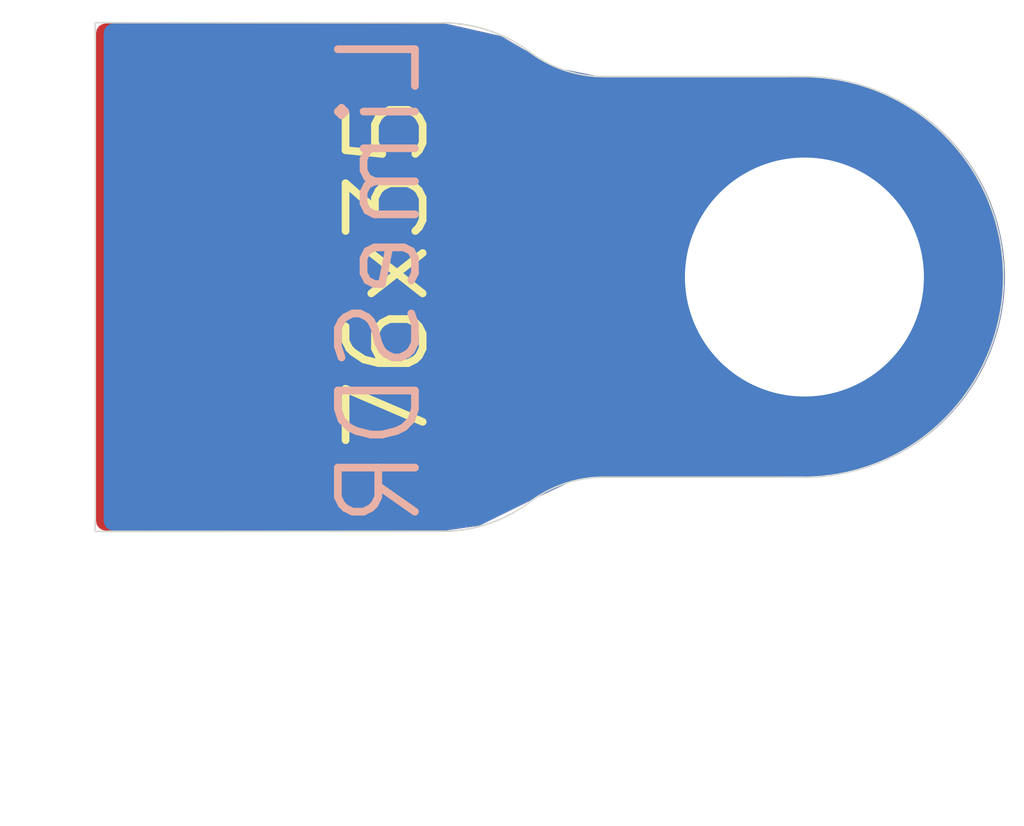
<source format=kicad_pcb>
(kicad_pcb (version 20160815) (host pcbnew "(2016-09-17 revision 679eef1)-makepkg")

  (general
    (links 0)
    (no_connects 0)
    (area -15.078333 -5.7275 2.850001 9.145)
    (thickness 1.6)
    (drawings 3)
    (tracks 0)
    (zones 0)
    (modules 1)
    (nets 2)
  )

  (page A4)
  (layers
    (0 F.Cu signal)
    (31 B.Cu signal)
    (32 B.Adhes user)
    (33 F.Adhes user)
    (34 B.Paste user)
    (35 F.Paste user)
    (36 B.SilkS user)
    (37 F.SilkS user)
    (38 B.Mask user)
    (39 F.Mask user)
    (40 Dwgs.User user)
    (41 Cmts.User user)
    (42 Eco1.User user)
    (43 Eco2.User user)
    (44 Edge.Cuts user)
    (45 Margin user)
    (46 B.CrtYd user)
    (47 F.CrtYd user)
    (48 B.Fab user)
    (49 F.Fab user)
  )

  (setup
    (last_trace_width 0.25)
    (trace_clearance 0)
    (zone_clearance 0)
    (zone_45_only no)
    (trace_min 0.2)
    (segment_width 0.5)
    (edge_width 0.15)
    (via_size 0.6)
    (via_drill 0.4)
    (via_min_size 0.4)
    (via_min_drill 0.3)
    (uvia_size 0.3)
    (uvia_drill 0.1)
    (uvias_allowed no)
    (uvia_min_size 0.2)
    (uvia_min_drill 0.1)
    (pcb_text_width 0.3)
    (pcb_text_size 1.5 1.5)
    (mod_edge_width 0.15)
    (mod_text_size 1 1)
    (mod_text_width 0.15)
    (pad_size 5.5 5.5)
    (pad_drill 3.3)
    (pad_to_mask_clearance 0)
    (aux_axis_origin -9.26 -3.68)
    (grid_origin -9.26 -3.68)
    (visible_elements 7FFFFFFF)
    (pcbplotparams
      (layerselection 0x010f0_ffffffff)
      (usegerberextensions true)
      (excludeedgelayer true)
      (linewidth 0.150000)
      (plotframeref false)
      (viasonmask false)
      (mode 1)
      (useauxorigin true)
      (hpglpennumber 1)
      (hpglpenspeed 20)
      (hpglpendiameter 15)
      (psnegative false)
      (psa4output false)
      (plotreference false)
      (plotvalue false)
      (plotinvisibletext false)
      (padsonsilk false)
      (subtractmaskfromsilk true)
      (outputformat 1)
      (mirror false)
      (drillshape 0)
      (scaleselection 1)
      (outputdirectory ../_Gerber/20160924_tabs/))
  )

  (net 0 "")
  (net 1 GND)

  (net_class Default "This is the default net class."
    (clearance 0)
    (trace_width 0.25)
    (via_dia 0.6)
    (via_drill 0.4)
    (uvia_dia 0.3)
    (uvia_drill 0.1)
    (diff_pair_gap 0.25)
    (diff_pair_width 0.2)
    (add_net GND)
  )

  (module Ohisja:tab_76x40 (layer F.Cu) (tedit 57E67FA3) (tstamp 5769AEEB)
    (at 0 0)
    (path /5769ACE4)
    (fp_text reference P1 (at -10.7 -4.97) (layer F.SilkS) hide
      (effects (font (size 1 1) (thickness 0.15)))
    )
    (fp_text value CONN_01X01 (at -10.17 4.85) (layer F.Fab) hide
      (effects (font (size 1 1) (thickness 0.15)))
    )
    (fp_text user "76 mm" (at -10.28 -7.78) (layer F.SilkS) hide
      (effects (font (size 2 2) (thickness 0.5)))
    )
    (fp_arc (start 0 -0.001226) (end 0 -2.6) (angle 180) (layer Edge.Cuts) (width 0.02))
    (fp_arc (start -2.6 4.199706) (end -3.55 2.908063) (angle 36.33438316) (layer Edge.Cuts) (width 0.02))
    (fp_arc (start -4.698313 -1.403591) (end -4.652118 -3.296725) (angle 35.17359225) (layer Edge.Cuts) (width 0.02))
    (fp_line (start -9.2 3.3) (end -4.651552 3.297548) (layer Edge.Cuts) (width 0.02))
    (fp_line (start -9.2 -3.3) (end -9.2 3.3) (layer Edge.Cuts) (width 0.02))
    (fp_line (start -4.652118 -3.296725) (end -9.2 -3.3) (layer Edge.Cuts) (width 0.02))
    (fp_line (start -2.6 2.596322) (end 0 2.596322) (layer Edge.Cuts) (width 0.02))
    (fp_line (start 0 -2.6) (end -2.6 -2.6) (layer Edge.Cuts) (width 0.02))
    (fp_arc (start -2.603369 -4.202158) (end -2.6 -2.6) (angle 37.22928052) (layer Edge.Cuts) (width 0.02))
    (fp_arc (start -4.7 1.408063) (end -3.55 2.908063) (angle 36.00738739) (layer Edge.Cuts) (width 0.02))
    (fp_text user encl. (at 0.28 -7.9) (layer F.SilkS) hide
      (effects (font (size 2 2) (thickness 0.5)))
    )
    (pad 1 thru_hole circle (at 0 0) (size 5.2 5.2) (drill oval 3.1) (layers *.Cu *.Mask)
      (net 1 GND))
  )

  (gr_text LimeSDR (at -5.51 0.02 90) (layer B.SilkS) (tstamp 57B5F8DB)
    (effects (font (size 1 1) (thickness 0.1)) (justify mirror))
  )
  (gr_text 76x35 (at -5.41 -0.05 90) (layer F.SilkS)
    (effects (font (size 1 1) (thickness 0.1)))
  )
  (dimension 9.2 (width 0.3) (layer Dwgs.User)
    (gr_text "9.200 mm" (at -4.6 7.749999) (layer Dwgs.User) (tstamp 57E67F6A)
      (effects (font (size 1.5 1.5) (thickness 0.3)))
    )
    (feature1 (pts (xy -9.2 0) (xy -9.2 9.099999)))
    (feature2 (pts (xy 0 0) (xy 0 9.099999)))
    (crossbar (pts (xy 0 6.399999) (xy -9.2 6.399999)))
    (arrow1a (pts (xy -9.2 6.399999) (xy -8.073496 5.813578)))
    (arrow1b (pts (xy -9.2 6.399999) (xy -8.073496 6.98642)))
    (arrow2a (pts (xy 0 6.399999) (xy -1.126504 5.813578)))
    (arrow2b (pts (xy 0 6.399999) (xy -1.126504 6.98642)))
  )

  (zone (net 0) (net_name "") (layer B.Mask) (tstamp 5782679E) (hatch edge 0.508)
    (connect_pads (clearance 0))
    (min_thickness 0.254)
    (fill yes (arc_segments 16) (thermal_gap 0.508) (thermal_bridge_width 0.508))
    (polygon
      (pts
        (xy -9.183005 3.67) (xy -7.023005 3.67) (xy -7.043005 -3.59) (xy -9.203005 -3.59)
      )
    )
    (filled_polygon
      (pts
        (xy -7.150356 3.543) (xy -9.056354 3.543) (xy -9.075654 -3.463) (xy -7.169656 -3.463)
      )
    )
  )
  (zone (net 0) (net_name "") (layer F.Mask) (tstamp 57ABAE6F) (hatch edge 0.508)
    (connect_pads (clearance 0))
    (min_thickness 0.254)
    (fill yes (arc_segments 16) (thermal_gap 0.508) (thermal_bridge_width 0.508))
    (polygon
      (pts
        (xy -9.183409 3.666033) (xy -7.023409 3.666033) (xy -7.043409 -3.593967) (xy -9.203409 -3.593967)
      )
    )
    (filled_polygon
      (pts
        (xy -7.15076 3.539033) (xy -9.056758 3.539033) (xy -9.076058 -3.466967) (xy -7.17006 -3.466967)
      )
    )
  )
  (zone (net 1) (net_name GND) (layer F.Cu) (tstamp 0) (hatch edge 0.508)
    (connect_pads yes (clearance 0))
    (min_thickness 0.254)
    (fill yes (arc_segments 16) (thermal_gap 0.508) (thermal_bridge_width 0.508))
    (polygon
      (pts
        (xy -9.225 -3.475) (xy 2.825 -3.4) (xy 2.85 3.875) (xy -9.225 3.825)
      )
    )
    (filled_polygon
      (pts
        (xy -4.667351 -3.159736) (xy -3.981837 -3.005905) (xy -3.638987 -2.806084) (xy -3.638421 -2.805889) (xy -3.637971 -2.805498)
        (xy -3.281346 -2.601718) (xy -3.260321 -2.594686) (xy -3.239821 -2.586245) (xy -2.626445 -2.465576) (xy -2.613092 -2.465604)
        (xy -2.6 -2.463) (xy -0.013495 -2.463) (xy 0.941055 -2.273128) (xy 1.73884 -1.740066) (xy 2.271902 -0.942281)
        (xy 2.45909 -0.001226) (xy 2.271902 0.939829) (xy 1.73884 1.737614) (xy 0.941055 2.270676) (xy -0.007332 2.459322)
        (xy -2.6 2.459322) (xy -2.608181 2.460949) (xy -2.616499 2.460319) (xy -2.999894 2.506831) (xy -3.020463 2.513581)
        (xy -3.041476 2.518755) (xy -3.608082 2.783984) (xy -3.609201 2.784807) (xy -3.610542 2.785166) (xy -4.252636 3.10148)
        (xy -4.661439 3.160553) (xy -9.063 3.162926) (xy -9.063 -3.162901)
      )
    )
  )
  (zone (net 1) (net_name GND) (layer B.Cu) (tstamp 57ABAE78) (hatch edge 0.508)
    (connect_pads yes (clearance 0))
    (min_thickness 0.254)
    (fill yes (arc_segments 16) (thermal_gap 0.508) (thermal_bridge_width 0.508))
    (polygon
      (pts
        (xy -9.225 -3.475) (xy 2.825 -3.4) (xy 2.85 3.875) (xy -9.25 3.825)
      )
    )
    (filled_polygon
      (pts
        (xy -4.667352 -3.159736) (xy -3.981837 -3.005905) (xy -3.638987 -2.806084) (xy -3.638421 -2.805889) (xy -3.637971 -2.805498)
        (xy -3.281346 -2.601718) (xy -3.260321 -2.594686) (xy -3.239821 -2.586245) (xy -2.626445 -2.465576) (xy -2.613092 -2.465604)
        (xy -2.6 -2.463) (xy -0.013495 -2.463) (xy 0.941055 -2.273128) (xy 1.73884 -1.740066) (xy 2.271902 -0.942281)
        (xy 2.45909 -0.001226) (xy 2.271902 0.939829) (xy 1.73884 1.737614) (xy 0.941055 2.270676) (xy -0.007332 2.459322)
        (xy -2.6 2.459322) (xy -2.608181 2.460949) (xy -2.616499 2.460319) (xy -2.999894 2.506831) (xy -3.020463 2.513581)
        (xy -3.041476 2.518755) (xy -3.608082 2.783984) (xy -3.609201 2.784807) (xy -3.610542 2.785166) (xy -4.252636 3.10148)
        (xy -4.66144 3.160553) (xy -8.963 3.162924) (xy -8.963 -3.162899)
      )
    )
  )
)

</source>
